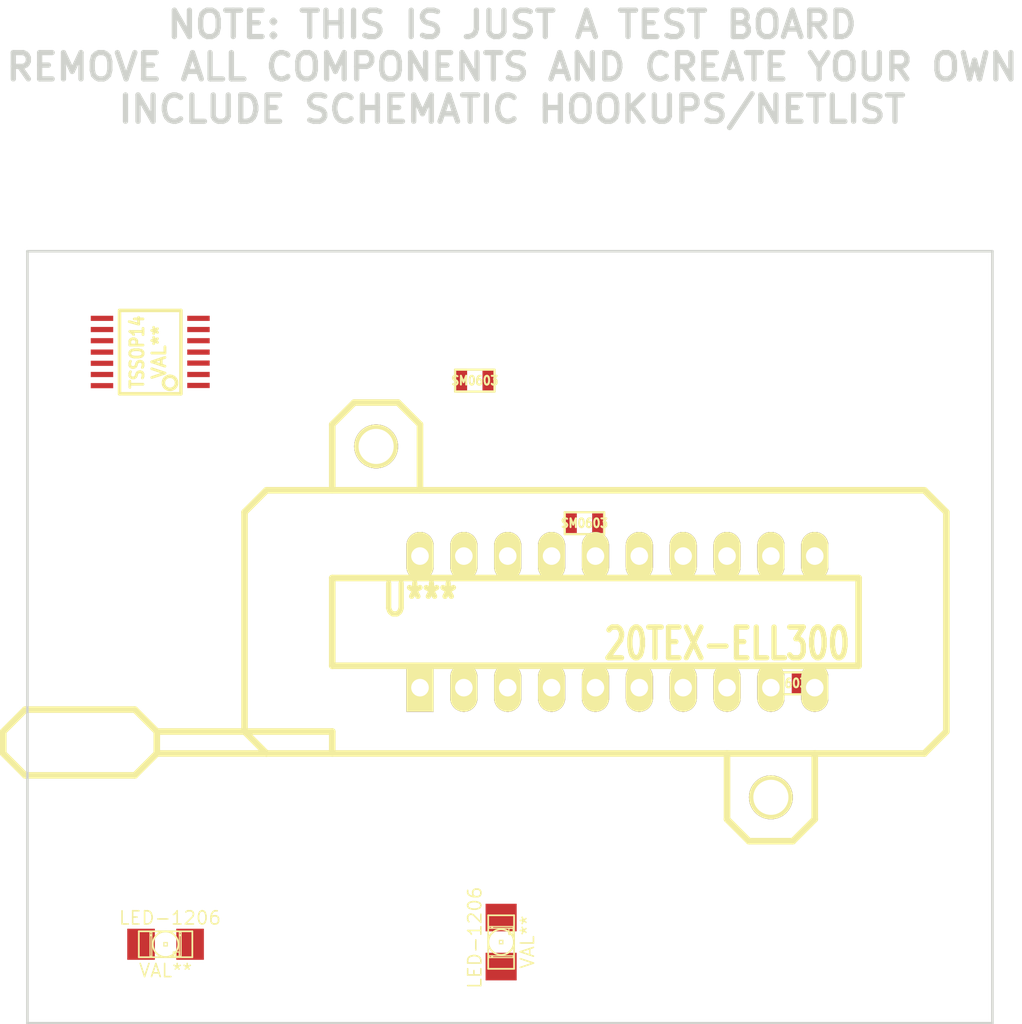
<source format=kicad_pcb>
(kicad_pcb (version 3) (host pcbnew "(2013-07-07 BZR 4022)-stable")

  (general
    (links 0)
    (no_connects 0)
    (area 154.624316 83.566 213.421684 140.537001)
    (thickness 1.6)
    (drawings 5)
    (tracks 0)
    (zones 0)
    (modules 7)
    (nets 1)
  )

  (page A3)
  (layers
    (15 F.Cu signal)
    (0 B.Cu signal)
    (16 B.Adhes user)
    (17 F.Adhes user)
    (18 B.Paste user)
    (19 F.Paste user)
    (20 B.SilkS user)
    (21 F.SilkS user)
    (22 B.Mask user)
    (23 F.Mask user)
    (24 Dwgs.User user)
    (25 Cmts.User user)
    (26 Eco1.User user)
    (27 Eco2.User user)
    (28 Edge.Cuts user)
  )

  (setup
    (last_trace_width 0.254)
    (trace_clearance 0.254)
    (zone_clearance 0.508)
    (zone_45_only no)
    (trace_min 0.254)
    (segment_width 0.2)
    (edge_width 0.15)
    (via_size 0.889)
    (via_drill 0.635)
    (via_min_size 0.889)
    (via_min_drill 0.508)
    (uvia_size 0.508)
    (uvia_drill 0.127)
    (uvias_allowed no)
    (uvia_min_size 0.508)
    (uvia_min_drill 0.127)
    (pcb_text_width 0.3)
    (pcb_text_size 1 1)
    (mod_edge_width 0.15)
    (mod_text_size 1 1)
    (mod_text_width 0.15)
    (pad_size 1 1)
    (pad_drill 0.6)
    (pad_to_mask_clearance 0)
    (aux_axis_origin 0 0)
    (visible_elements 7FFFFFFF)
    (pcbplotparams
      (layerselection 3178497)
      (usegerberextensions true)
      (excludeedgelayer true)
      (linewidth 0.150000)
      (plotframeref false)
      (viasonmask false)
      (mode 1)
      (useauxorigin false)
      (hpglpennumber 1)
      (hpglpenspeed 20)
      (hpglpendiameter 15)
      (hpglpenoverlay 2)
      (psnegative false)
      (psa4output false)
      (plotreference true)
      (plotvalue true)
      (plotothertext true)
      (plotinvisibletext false)
      (padsonsilk false)
      (subtractmaskfromsilk false)
      (outputformat 1)
      (mirror false)
      (drillshape 1)
      (scaleselection 1)
      (outputdirectory ""))
  )

  (net 0 "")

  (net_class Default "This is the default net class."
    (clearance 0.254)
    (trace_width 0.254)
    (via_dia 0.889)
    (via_drill 0.635)
    (uvia_dia 0.508)
    (uvia_drill 0.127)
    (add_net "")
  )

  (module TSSOP14 (layer F.Cu) (tedit 4E43F187) (tstamp 52E24A3B)
    (at 163.068 101.6 90)
    (attr smd)
    (fp_text reference TSSOP14 (at 0 -0.762 90) (layer F.SilkS)
      (effects (font (size 0.762 0.635) (thickness 0.16002)))
    )
    (fp_text value VAL** (at 0 0.508 90) (layer F.SilkS)
      (effects (font (size 0.762 0.762) (thickness 0.16002)))
    )
    (fp_line (start -2.413 -1.778) (end 2.413 -1.778) (layer F.SilkS) (width 0.2032))
    (fp_line (start 2.413 -1.778) (end 2.413 1.778) (layer F.SilkS) (width 0.2032))
    (fp_line (start 2.413 1.778) (end -2.413 1.778) (layer F.SilkS) (width 0.2032))
    (fp_line (start -2.413 1.778) (end -2.413 -1.778) (layer F.SilkS) (width 0.2032))
    (fp_circle (center -1.778 1.143) (end -2.159 1.143) (layer F.SilkS) (width 0.2032))
    (pad 1 smd rect (at -1.9304 2.794 90) (size 0.29972 1.30048)
      (layers F.Cu F.Paste F.Mask)
    )
    (pad 2 smd rect (at -1.2954 2.794 90) (size 0.29972 1.30048)
      (layers F.Cu F.Paste F.Mask)
    )
    (pad 3 smd rect (at -0.635 2.794 90) (size 0.29972 1.30048)
      (layers F.Cu F.Paste F.Mask)
    )
    (pad 4 smd rect (at 0 2.794 90) (size 0.29972 1.30048)
      (layers F.Cu F.Paste F.Mask)
    )
    (pad 5 smd rect (at 0.6604 2.794 90) (size 0.29972 1.30048)
      (layers F.Cu F.Paste F.Mask)
    )
    (pad 6 smd rect (at 1.3081 2.794 90) (size 0.29972 1.30048)
      (layers F.Cu F.Paste F.Mask)
    )
    (pad 7 smd rect (at 1.9558 2.794 90) (size 0.29972 1.30048)
      (layers F.Cu F.Paste F.Mask)
    )
    (pad 8 smd rect (at 1.9558 -2.794 90) (size 0.29972 1.30048)
      (layers F.Cu F.Paste F.Mask)
    )
    (pad 9 smd rect (at 1.3081 -2.794 90) (size 0.29972 1.30048)
      (layers F.Cu F.Paste F.Mask)
    )
    (pad 10 smd rect (at 0.6604 -2.794 90) (size 0.29972 1.30048)
      (layers F.Cu F.Paste F.Mask)
    )
    (pad 11 smd rect (at 0 -2.794 90) (size 0.29972 1.30048)
      (layers F.Cu F.Paste F.Mask)
    )
    (pad 12 smd rect (at -0.6477 -2.794 90) (size 0.29972 1.30048)
      (layers F.Cu F.Paste F.Mask)
    )
    (pad 13 smd rect (at -1.2954 -2.794 90) (size 0.29972 1.30048)
      (layers F.Cu F.Paste F.Mask)
    )
    (pad 14 smd rect (at -1.9431 -2.794 90) (size 0.29972 1.30048)
      (layers F.Cu F.Paste F.Mask)
    )
    (model smd\smd_dil\tssop-14.wrl
      (at (xyz 0 0 0))
      (scale (xyz 1 1 1))
      (rotate (xyz 0 0 0))
    )
  )

  (module SM0603 (layer F.Cu) (tedit 4E43A3D1) (tstamp 52E2F886)
    (at 181.864 103.251)
    (attr smd)
    (fp_text reference SM0603 (at 0 0) (layer F.SilkS)
      (effects (font (size 0.508 0.4572) (thickness 0.1143)))
    )
    (fp_text value Val** (at 0 0) (layer F.SilkS) hide
      (effects (font (size 0.508 0.4572) (thickness 0.1143)))
    )
    (fp_line (start -1.143 -0.635) (end 1.143 -0.635) (layer F.SilkS) (width 0.127))
    (fp_line (start 1.143 -0.635) (end 1.143 0.635) (layer F.SilkS) (width 0.127))
    (fp_line (start 1.143 0.635) (end -1.143 0.635) (layer F.SilkS) (width 0.127))
    (fp_line (start -1.143 0.635) (end -1.143 -0.635) (layer F.SilkS) (width 0.127))
    (pad 1 smd rect (at -0.762 0) (size 0.635 1.143)
      (layers F.Cu F.Paste F.Mask)
    )
    (pad 2 smd rect (at 0.762 0) (size 0.635 1.143)
      (layers F.Cu F.Paste F.Mask)
    )
    (model smd\resistors\R0603.wrl
      (at (xyz 0 0 0.001))
      (scale (xyz 0.5 0.5 0.5))
      (rotate (xyz 0 0 0))
    )
  )

  (module SM0603 (layer F.Cu) (tedit 4E43A3D1) (tstamp 52E2F899)
    (at 188.214 111.506)
    (attr smd)
    (fp_text reference SM0603 (at 0 0) (layer F.SilkS)
      (effects (font (size 0.508 0.4572) (thickness 0.1143)))
    )
    (fp_text value Val** (at 0 0) (layer F.SilkS) hide
      (effects (font (size 0.508 0.4572) (thickness 0.1143)))
    )
    (fp_line (start -1.143 -0.635) (end 1.143 -0.635) (layer F.SilkS) (width 0.127))
    (fp_line (start 1.143 -0.635) (end 1.143 0.635) (layer F.SilkS) (width 0.127))
    (fp_line (start 1.143 0.635) (end -1.143 0.635) (layer F.SilkS) (width 0.127))
    (fp_line (start -1.143 0.635) (end -1.143 -0.635) (layer F.SilkS) (width 0.127))
    (pad 1 smd rect (at -0.762 0) (size 0.635 1.143)
      (layers F.Cu F.Paste F.Mask)
    )
    (pad 2 smd rect (at 0.762 0) (size 0.635 1.143)
      (layers F.Cu F.Paste F.Mask)
    )
    (model smd\resistors\R0603.wrl
      (at (xyz 0 0 0.001))
      (scale (xyz 0.5 0.5 0.5))
      (rotate (xyz 0 0 0))
    )
  )

  (module SM0603 (layer F.Cu) (tedit 4E43A3D1) (tstamp 52E2F8AC)
    (at 199.771 120.777)
    (attr smd)
    (fp_text reference SM0603 (at 0 0) (layer F.SilkS)
      (effects (font (size 0.508 0.4572) (thickness 0.1143)))
    )
    (fp_text value Val** (at 0 0) (layer F.SilkS) hide
      (effects (font (size 0.508 0.4572) (thickness 0.1143)))
    )
    (fp_line (start -1.143 -0.635) (end 1.143 -0.635) (layer F.SilkS) (width 0.127))
    (fp_line (start 1.143 -0.635) (end 1.143 0.635) (layer F.SilkS) (width 0.127))
    (fp_line (start 1.143 0.635) (end -1.143 0.635) (layer F.SilkS) (width 0.127))
    (fp_line (start -1.143 0.635) (end -1.143 -0.635) (layer F.SilkS) (width 0.127))
    (pad 1 smd rect (at -0.762 0) (size 0.635 1.143)
      (layers F.Cu F.Paste F.Mask)
    )
    (pad 2 smd rect (at 0.762 0) (size 0.635 1.143)
      (layers F.Cu F.Paste F.Mask)
    )
    (model smd\resistors\R0603.wrl
      (at (xyz 0 0 0.001))
      (scale (xyz 0.5 0.5 0.5))
      (rotate (xyz 0 0 0))
    )
  )

  (module LED-1206 (layer F.Cu) (tedit 49BFA1FF) (tstamp 52E34FD2)
    (at 183.388 135.763 90)
    (descr "LED 1206 smd package")
    (tags "LED1206 SMD")
    (attr smd)
    (fp_text reference LED-1206 (at 0.254 -1.524 90) (layer F.SilkS)
      (effects (font (size 0.762 0.762) (thickness 0.0889)))
    )
    (fp_text value VAL** (at 0 1.524 90) (layer F.SilkS)
      (effects (font (size 0.762 0.762) (thickness 0.0889)))
    )
    (fp_line (start -0.09906 0.09906) (end 0.09906 0.09906) (layer F.SilkS) (width 0.06604))
    (fp_line (start 0.09906 0.09906) (end 0.09906 -0.09906) (layer F.SilkS) (width 0.06604))
    (fp_line (start -0.09906 -0.09906) (end 0.09906 -0.09906) (layer F.SilkS) (width 0.06604))
    (fp_line (start -0.09906 0.09906) (end -0.09906 -0.09906) (layer F.SilkS) (width 0.06604))
    (fp_line (start 0.44958 0.6985) (end 0.79756 0.6985) (layer F.SilkS) (width 0.06604))
    (fp_line (start 0.79756 0.6985) (end 0.79756 0.44958) (layer F.SilkS) (width 0.06604))
    (fp_line (start 0.44958 0.44958) (end 0.79756 0.44958) (layer F.SilkS) (width 0.06604))
    (fp_line (start 0.44958 0.6985) (end 0.44958 0.44958) (layer F.SilkS) (width 0.06604))
    (fp_line (start 0.79756 0.6985) (end 0.89916 0.6985) (layer F.SilkS) (width 0.06604))
    (fp_line (start 0.89916 0.6985) (end 0.89916 -0.49784) (layer F.SilkS) (width 0.06604))
    (fp_line (start 0.79756 -0.49784) (end 0.89916 -0.49784) (layer F.SilkS) (width 0.06604))
    (fp_line (start 0.79756 0.6985) (end 0.79756 -0.49784) (layer F.SilkS) (width 0.06604))
    (fp_line (start 0.79756 -0.54864) (end 0.89916 -0.54864) (layer F.SilkS) (width 0.06604))
    (fp_line (start 0.89916 -0.54864) (end 0.89916 -0.6985) (layer F.SilkS) (width 0.06604))
    (fp_line (start 0.79756 -0.6985) (end 0.89916 -0.6985) (layer F.SilkS) (width 0.06604))
    (fp_line (start 0.79756 -0.54864) (end 0.79756 -0.6985) (layer F.SilkS) (width 0.06604))
    (fp_line (start -0.89916 0.6985) (end -0.79756 0.6985) (layer F.SilkS) (width 0.06604))
    (fp_line (start -0.79756 0.6985) (end -0.79756 -0.49784) (layer F.SilkS) (width 0.06604))
    (fp_line (start -0.89916 -0.49784) (end -0.79756 -0.49784) (layer F.SilkS) (width 0.06604))
    (fp_line (start -0.89916 0.6985) (end -0.89916 -0.49784) (layer F.SilkS) (width 0.06604))
    (fp_line (start -0.89916 -0.54864) (end -0.79756 -0.54864) (layer F.SilkS) (width 0.06604))
    (fp_line (start -0.79756 -0.54864) (end -0.79756 -0.6985) (layer F.SilkS) (width 0.06604))
    (fp_line (start -0.89916 -0.6985) (end -0.79756 -0.6985) (layer F.SilkS) (width 0.06604))
    (fp_line (start -0.89916 -0.54864) (end -0.89916 -0.6985) (layer F.SilkS) (width 0.06604))
    (fp_line (start 0.44958 0.6985) (end 0.59944 0.6985) (layer F.SilkS) (width 0.06604))
    (fp_line (start 0.59944 0.6985) (end 0.59944 0.44958) (layer F.SilkS) (width 0.06604))
    (fp_line (start 0.44958 0.44958) (end 0.59944 0.44958) (layer F.SilkS) (width 0.06604))
    (fp_line (start 0.44958 0.6985) (end 0.44958 0.44958) (layer F.SilkS) (width 0.06604))
    (fp_line (start 1.5494 0.7493) (end -1.5494 0.7493) (layer F.SilkS) (width 0.1016))
    (fp_line (start -1.5494 0.7493) (end -1.5494 -0.7493) (layer F.SilkS) (width 0.1016))
    (fp_line (start -1.5494 -0.7493) (end 1.5494 -0.7493) (layer F.SilkS) (width 0.1016))
    (fp_line (start 1.5494 -0.7493) (end 1.5494 0.7493) (layer F.SilkS) (width 0.1016))
    (fp_arc (start 0 0) (end 0.54864 0.49784) (angle 95.4) (layer F.SilkS) (width 0.1016))
    (fp_arc (start 0 0) (end -0.54864 0.49784) (angle 84.5) (layer F.SilkS) (width 0.1016))
    (fp_arc (start 0 0) (end -0.54864 -0.49784) (angle 95.4) (layer F.SilkS) (width 0.1016))
    (fp_arc (start 0 0) (end 0.54864 -0.49784) (angle 84.5) (layer F.SilkS) (width 0.1016))
    (pad 1 smd rect (at -1.41986 0 90) (size 1.59766 1.80086)
      (layers F.Cu F.Paste F.Mask)
    )
    (pad 2 smd rect (at 1.41986 0 90) (size 1.59766 1.80086)
      (layers F.Cu F.Paste F.Mask)
    )
  )

  (module LED-1206 (layer F.Cu) (tedit 49BFA1FF) (tstamp 52E35078)
    (at 163.957 135.89)
    (descr "LED 1206 smd package")
    (tags "LED1206 SMD")
    (attr smd)
    (fp_text reference LED-1206 (at 0.254 -1.524) (layer F.SilkS)
      (effects (font (size 0.762 0.762) (thickness 0.0889)))
    )
    (fp_text value VAL** (at 0 1.524) (layer F.SilkS)
      (effects (font (size 0.762 0.762) (thickness 0.0889)))
    )
    (fp_line (start -0.09906 0.09906) (end 0.09906 0.09906) (layer F.SilkS) (width 0.06604))
    (fp_line (start 0.09906 0.09906) (end 0.09906 -0.09906) (layer F.SilkS) (width 0.06604))
    (fp_line (start -0.09906 -0.09906) (end 0.09906 -0.09906) (layer F.SilkS) (width 0.06604))
    (fp_line (start -0.09906 0.09906) (end -0.09906 -0.09906) (layer F.SilkS) (width 0.06604))
    (fp_line (start 0.44958 0.6985) (end 0.79756 0.6985) (layer F.SilkS) (width 0.06604))
    (fp_line (start 0.79756 0.6985) (end 0.79756 0.44958) (layer F.SilkS) (width 0.06604))
    (fp_line (start 0.44958 0.44958) (end 0.79756 0.44958) (layer F.SilkS) (width 0.06604))
    (fp_line (start 0.44958 0.6985) (end 0.44958 0.44958) (layer F.SilkS) (width 0.06604))
    (fp_line (start 0.79756 0.6985) (end 0.89916 0.6985) (layer F.SilkS) (width 0.06604))
    (fp_line (start 0.89916 0.6985) (end 0.89916 -0.49784) (layer F.SilkS) (width 0.06604))
    (fp_line (start 0.79756 -0.49784) (end 0.89916 -0.49784) (layer F.SilkS) (width 0.06604))
    (fp_line (start 0.79756 0.6985) (end 0.79756 -0.49784) (layer F.SilkS) (width 0.06604))
    (fp_line (start 0.79756 -0.54864) (end 0.89916 -0.54864) (layer F.SilkS) (width 0.06604))
    (fp_line (start 0.89916 -0.54864) (end 0.89916 -0.6985) (layer F.SilkS) (width 0.06604))
    (fp_line (start 0.79756 -0.6985) (end 0.89916 -0.6985) (layer F.SilkS) (width 0.06604))
    (fp_line (start 0.79756 -0.54864) (end 0.79756 -0.6985) (layer F.SilkS) (width 0.06604))
    (fp_line (start -0.89916 0.6985) (end -0.79756 0.6985) (layer F.SilkS) (width 0.06604))
    (fp_line (start -0.79756 0.6985) (end -0.79756 -0.49784) (layer F.SilkS) (width 0.06604))
    (fp_line (start -0.89916 -0.49784) (end -0.79756 -0.49784) (layer F.SilkS) (width 0.06604))
    (fp_line (start -0.89916 0.6985) (end -0.89916 -0.49784) (layer F.SilkS) (width 0.06604))
    (fp_line (start -0.89916 -0.54864) (end -0.79756 -0.54864) (layer F.SilkS) (width 0.06604))
    (fp_line (start -0.79756 -0.54864) (end -0.79756 -0.6985) (layer F.SilkS) (width 0.06604))
    (fp_line (start -0.89916 -0.6985) (end -0.79756 -0.6985) (layer F.SilkS) (width 0.06604))
    (fp_line (start -0.89916 -0.54864) (end -0.89916 -0.6985) (layer F.SilkS) (width 0.06604))
    (fp_line (start 0.44958 0.6985) (end 0.59944 0.6985) (layer F.SilkS) (width 0.06604))
    (fp_line (start 0.59944 0.6985) (end 0.59944 0.44958) (layer F.SilkS) (width 0.06604))
    (fp_line (start 0.44958 0.44958) (end 0.59944 0.44958) (layer F.SilkS) (width 0.06604))
    (fp_line (start 0.44958 0.6985) (end 0.44958 0.44958) (layer F.SilkS) (width 0.06604))
    (fp_line (start 1.5494 0.7493) (end -1.5494 0.7493) (layer F.SilkS) (width 0.1016))
    (fp_line (start -1.5494 0.7493) (end -1.5494 -0.7493) (layer F.SilkS) (width 0.1016))
    (fp_line (start -1.5494 -0.7493) (end 1.5494 -0.7493) (layer F.SilkS) (width 0.1016))
    (fp_line (start 1.5494 -0.7493) (end 1.5494 0.7493) (layer F.SilkS) (width 0.1016))
    (fp_arc (start 0 0) (end 0.54864 0.49784) (angle 95.4) (layer F.SilkS) (width 0.1016))
    (fp_arc (start 0 0) (end -0.54864 0.49784) (angle 84.5) (layer F.SilkS) (width 0.1016))
    (fp_arc (start 0 0) (end -0.54864 -0.49784) (angle 95.4) (layer F.SilkS) (width 0.1016))
    (fp_arc (start 0 0) (end 0.54864 -0.49784) (angle 84.5) (layer F.SilkS) (width 0.1016))
    (pad 1 smd rect (at -1.41986 0) (size 1.59766 1.80086)
      (layers F.Cu F.Paste F.Mask)
    )
    (pad 2 smd rect (at 1.41986 0) (size 1.59766 1.80086)
      (layers F.Cu F.Paste F.Mask)
    )
  )

  (module 20TEX-ELL300 (layer F.Cu) (tedit 200000) (tstamp 52F40A22)
    (at 190.119 117.221)
    (descr "Support Dil TEXTOOL 20 pins, pads elliptiques, e=300 mils")
    (tags DEV)
    (fp_text reference U*** (at -11.43 -1.27 180) (layer F.SilkS)
      (effects (font (size 1.778 1.27) (thickness 0.3048)))
    )
    (fp_text value 20TEX-ELL300 (at 6.35 1.27 180) (layer F.SilkS)
      (effects (font (size 1.778 1.27) (thickness 0.3048)))
    )
    (fp_line (start -16.51 6.35) (end -16.51 7.62) (layer F.SilkS) (width 0.381))
    (fp_line (start -35.56 6.35) (end -35.56 7.62) (layer F.SilkS) (width 0.381))
    (fp_line (start -35.56 7.62) (end -34.29 8.89) (layer F.SilkS) (width 0.381))
    (fp_line (start -34.29 8.89) (end -27.94 8.89) (layer F.SilkS) (width 0.381))
    (fp_line (start -27.94 8.89) (end -26.67 7.62) (layer F.SilkS) (width 0.381))
    (fp_line (start -26.67 7.62) (end -26.67 6.35) (layer F.SilkS) (width 0.381))
    (fp_line (start -26.67 6.35) (end -16.51 6.35) (layer F.SilkS) (width 0.381))
    (fp_line (start -26.67 7.62) (end -20.32 7.62) (layer F.SilkS) (width 0.381))
    (fp_line (start -11.43 -7.62) (end -11.43 -11.43) (layer F.SilkS) (width 0.381))
    (fp_line (start -11.43 -11.43) (end -12.7 -12.7) (layer F.SilkS) (width 0.381))
    (fp_line (start -12.7 -12.7) (end -15.24 -12.7) (layer F.SilkS) (width 0.381))
    (fp_line (start -15.24 -12.7) (end -16.51 -11.43) (layer F.SilkS) (width 0.381))
    (fp_line (start -16.51 -11.43) (end -16.51 -7.62) (layer F.SilkS) (width 0.381))
    (fp_line (start 11.43 11.43) (end 11.43 7.62) (layer F.SilkS) (width 0.381))
    (fp_line (start -16.51 2.54) (end 13.97 2.54) (layer F.SilkS) (width 0.381))
    (fp_line (start 13.97 2.54) (end 13.97 -2.54) (layer F.SilkS) (width 0.381))
    (fp_line (start 13.97 -2.54) (end -16.51 -2.54) (layer F.SilkS) (width 0.381))
    (fp_line (start -16.51 -2.54) (end -16.51 2.54) (layer F.SilkS) (width 0.381))
    (fp_line (start 11.43 11.43) (end 10.16 12.7) (layer F.SilkS) (width 0.381))
    (fp_line (start 10.16 12.7) (end 7.62 12.7) (layer F.SilkS) (width 0.381))
    (fp_line (start 7.62 12.7) (end 6.35 11.43) (layer F.SilkS) (width 0.381))
    (fp_line (start 6.35 11.43) (end 6.35 7.62) (layer F.SilkS) (width 0.381))
    (fp_line (start -26.67 6.35) (end -27.94 5.08) (layer F.SilkS) (width 0.381))
    (fp_line (start -27.94 5.08) (end -34.29 5.08) (layer F.SilkS) (width 0.381))
    (fp_line (start -34.29 5.08) (end -35.56 6.35) (layer F.SilkS) (width 0.381))
    (fp_line (start -20.32 -7.62) (end 17.78 -7.62) (layer F.SilkS) (width 0.381))
    (fp_line (start 17.78 -7.62) (end 19.05 -6.35) (layer F.SilkS) (width 0.381))
    (fp_line (start 19.05 -6.35) (end 19.05 6.35) (layer F.SilkS) (width 0.381))
    (fp_line (start 19.05 6.35) (end 17.78 7.62) (layer F.SilkS) (width 0.381))
    (fp_line (start 17.78 7.62) (end -20.32 7.62) (layer F.SilkS) (width 0.381))
    (fp_line (start -20.32 7.62) (end -21.59 6.35) (layer F.SilkS) (width 0.381))
    (fp_line (start -21.59 6.35) (end -21.59 -6.35) (layer F.SilkS) (width 0.381))
    (fp_line (start -21.59 -6.35) (end -20.32 -7.62) (layer F.SilkS) (width 0.381))
    (pad 1 thru_hole rect (at -11.43 3.81) (size 1.5748 2.794) (drill 1.016)
      (layers *.Cu *.Mask F.SilkS)
    )
    (pad 2 thru_hole oval (at -8.89 3.81) (size 1.5748 2.794) (drill 1.016)
      (layers *.Cu *.Mask F.SilkS)
    )
    (pad 3 thru_hole oval (at -6.35 3.81) (size 1.5748 2.794) (drill 1.016)
      (layers *.Cu *.Mask F.SilkS)
    )
    (pad 4 thru_hole oval (at -3.81 3.81) (size 1.5748 2.794) (drill 1.016)
      (layers *.Cu *.Mask F.SilkS)
    )
    (pad 5 thru_hole oval (at -1.27 3.81) (size 1.5748 2.794) (drill 1.016)
      (layers *.Cu *.Mask F.SilkS)
    )
    (pad 6 thru_hole oval (at 1.27 3.81) (size 1.5748 2.794) (drill 1.016)
      (layers *.Cu *.Mask F.SilkS)
    )
    (pad 7 thru_hole oval (at 3.81 3.81) (size 1.5748 2.794) (drill 1.016)
      (layers *.Cu *.Mask F.SilkS)
    )
    (pad 8 thru_hole oval (at 6.35 3.81) (size 1.5748 2.794) (drill 1.016)
      (layers *.Cu *.Mask F.SilkS)
    )
    (pad 9 thru_hole oval (at 8.89 3.81) (size 1.5748 2.794) (drill 1.016)
      (layers *.Cu *.Mask F.SilkS)
    )
    (pad 10 thru_hole oval (at 11.43 3.81) (size 1.5748 2.794) (drill 1.016)
      (layers *.Cu *.Mask F.SilkS)
    )
    (pad 11 thru_hole oval (at 11.43 -3.81) (size 1.5748 2.794) (drill 1.016)
      (layers *.Cu *.Mask F.SilkS)
    )
    (pad 12 thru_hole oval (at 8.89 -3.81) (size 1.5748 2.794) (drill 1.016)
      (layers *.Cu *.Mask F.SilkS)
    )
    (pad 13 thru_hole oval (at 6.35 -3.81) (size 1.5748 2.794) (drill 1.016)
      (layers *.Cu *.Mask F.SilkS)
    )
    (pad 14 thru_hole oval (at 3.81 -3.81) (size 1.5748 2.794) (drill 1.016)
      (layers *.Cu *.Mask F.SilkS)
    )
    (pad 15 thru_hole oval (at 1.27 -3.81) (size 1.5748 2.794) (drill 1.016)
      (layers *.Cu *.Mask F.SilkS)
    )
    (pad 16 thru_hole oval (at -1.27 -3.81) (size 1.5748 2.794) (drill 1.016)
      (layers *.Cu *.Mask F.SilkS)
    )
    (pad 17 thru_hole oval (at -3.81 -3.81) (size 1.5748 2.794) (drill 1.016)
      (layers *.Cu *.Mask F.SilkS)
    )
    (pad 18 thru_hole oval (at -6.35 -3.81) (size 1.5748 2.794) (drill 1.016)
      (layers *.Cu *.Mask F.SilkS)
    )
    (pad 19 thru_hole oval (at -8.89 -3.81) (size 1.5748 2.794) (drill 1.016)
      (layers *.Cu *.Mask F.SilkS)
    )
    (pad 20 thru_hole oval (at -11.43 -3.81) (size 1.5748 2.794) (drill 1.016)
      (layers *.Cu *.Mask F.SilkS)
    )
    (pad HOLE thru_hole circle (at -13.97 -10.16) (size 2.54 2.54) (drill 2.032)
      (layers *.Cu *.Mask F.SilkS)
    )
    (pad HOLE thru_hole circle (at 8.89 10.16) (size 2.54 2.54) (drill 2.032)
      (layers *.Cu *.Mask F.SilkS)
    )
  )

  (gr_text "NOTE: THIS IS JUST A TEST BOARD\nREMOVE ALL COMPONENTS AND CREATE YOUR OWN\nINCLUDE SCHEMATIC HOOKUPS/NETLIST" (at 184.023 85.09) (layer Edge.Cuts)
    (effects (font (size 1.524 1.524) (thickness 0.3048)))
  )
  (gr_line (start 211.836 95.758) (end 155.956 95.758) (angle 90) (layer Edge.Cuts) (width 0.15))
  (gr_line (start 211.836 140.462) (end 211.836 95.758) (angle 90) (layer Edge.Cuts) (width 0.15))
  (gr_line (start 155.956 140.462) (end 211.836 140.462) (angle 90) (layer Edge.Cuts) (width 0.15))
  (gr_line (start 155.956 95.758) (end 155.956 140.462) (angle 90) (layer Edge.Cuts) (width 0.15))

)

</source>
